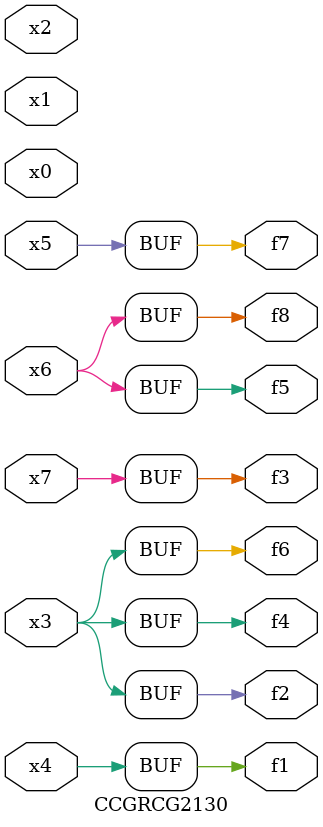
<source format=v>
module CCGRCG2130(
	input x0, x1, x2, x3, x4, x5, x6, x7,
	output f1, f2, f3, f4, f5, f6, f7, f8
);
	assign f1 = x4;
	assign f2 = x3;
	assign f3 = x7;
	assign f4 = x3;
	assign f5 = x6;
	assign f6 = x3;
	assign f7 = x5;
	assign f8 = x6;
endmodule

</source>
